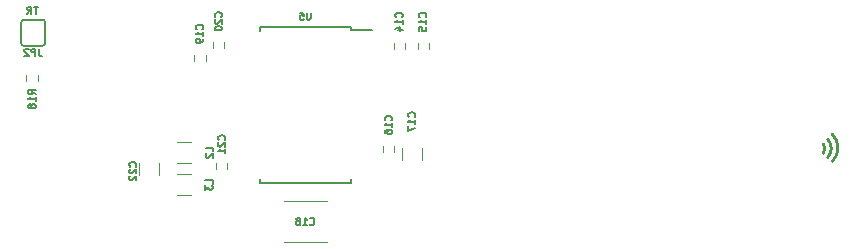
<source format=gbr>
G04 #@! TF.GenerationSoftware,KiCad,Pcbnew,(5.0.0)*
G04 #@! TF.CreationDate,2019-03-03T03:18:43+05:30*
G04 #@! TF.ProjectId,LoRa_Modbus,4C6F52615F4D6F646275732E6B696361,rev?*
G04 #@! TF.SameCoordinates,Original*
G04 #@! TF.FileFunction,Legend,Bot*
G04 #@! TF.FilePolarity,Positive*
%FSLAX46Y46*%
G04 Gerber Fmt 4.6, Leading zero omitted, Abs format (unit mm)*
G04 Created by KiCad (PCBNEW (5.0.0)) date 03/03/19 03:18:43*
%MOMM*%
%LPD*%
G01*
G04 APERTURE LIST*
%ADD10C,0.152400*%
%ADD11C,0.120000*%
%ADD12C,0.254000*%
%ADD13C,0.150000*%
%ADD14C,0.127000*%
G04 APERTURE END LIST*
D10*
G04 #@! TO.C,JP2*
X70053200Y-112506760D02*
X70053200Y-110779560D01*
X69799200Y-112760760D02*
X68275200Y-112760760D01*
X69799200Y-110525560D02*
X68275200Y-110525560D01*
X68021200Y-110779560D02*
X68021200Y-112506760D01*
X68275200Y-112760760D02*
G75*
G02X68021200Y-112506760I0J254000D01*
G01*
X68021200Y-110779560D02*
G75*
G02X68275200Y-110525560I254000J0D01*
G01*
X69799200Y-110525560D02*
G75*
G02X70053200Y-110779560I0J-254000D01*
G01*
X70053200Y-112506760D02*
G75*
G02X69799200Y-112760760I-254000J0D01*
G01*
D11*
G04 #@! TO.C,R18*
X68410680Y-115708240D02*
X68410680Y-115208240D01*
X69470680Y-115208240D02*
X69470680Y-115708240D01*
G04 #@! TO.C,C22*
X78017000Y-123674000D02*
X78017000Y-122674000D01*
X79717000Y-122674000D02*
X79717000Y-123674000D01*
G04 #@! TO.C,C14*
X99542500Y-113047500D02*
X99542500Y-112547500D01*
X100482500Y-112547500D02*
X100482500Y-113047500D01*
G04 #@! TO.C,C15*
X102514500Y-112547500D02*
X102514500Y-113047500D01*
X101574500Y-113047500D02*
X101574500Y-112547500D01*
G04 #@! TO.C,C16*
X99580800Y-121229400D02*
X99580800Y-121729400D01*
X98640800Y-121729400D02*
X98640800Y-121229400D01*
G04 #@! TO.C,C17*
X101941000Y-121429400D02*
X101941000Y-122429400D01*
X100241000Y-122429400D02*
X100241000Y-121429400D01*
G04 #@! TO.C,C18*
X90275000Y-125930400D02*
X93875000Y-125930400D01*
X93875000Y-129390400D02*
X90275000Y-129390400D01*
G04 #@! TO.C,C19*
X83629600Y-113558600D02*
X83629600Y-114058600D01*
X82689600Y-114058600D02*
X82689600Y-113558600D01*
G04 #@! TO.C,C20*
X84226300Y-112966400D02*
X84226300Y-112466400D01*
X85166300Y-112466400D02*
X85166300Y-112966400D01*
G04 #@! TO.C,C21*
X84543800Y-123164500D02*
X84543800Y-122664500D01*
X85483800Y-122664500D02*
X85483800Y-123164500D01*
D12*
G04 #@! TO.C,J$1*
X136699990Y-122532140D02*
G75*
G03X136699990Y-120246140I-1143000J1143000D01*
G01*
X136306290Y-122201940D02*
G75*
G03X136306290Y-120677940I-834415J762000D01*
G01*
X135937991Y-121846340D02*
G75*
G03X135937990Y-121084340I-550699J381000D01*
G01*
D11*
G04 #@! TO.C,L2*
X81213400Y-122673000D02*
X82413400Y-122673000D01*
X82413400Y-120913000D02*
X81213400Y-120913000D01*
G04 #@! TO.C,L3*
X82413400Y-123643500D02*
X81213400Y-123643500D01*
X81213400Y-125403500D02*
X82413400Y-125403500D01*
D13*
G04 #@! TO.C,U5*
X95950000Y-111442100D02*
X97750000Y-111442100D01*
X95950000Y-124342100D02*
X88200000Y-124342100D01*
X95950000Y-111192100D02*
X88200000Y-111192100D01*
X95950000Y-124342100D02*
X95950000Y-124007100D01*
X88200000Y-124342100D02*
X88200000Y-124007100D01*
X88200000Y-111192100D02*
X88200000Y-111527100D01*
X95950000Y-111192100D02*
X95950000Y-111442100D01*
G04 #@! TO.C,JP2*
D14*
X69514720Y-112990811D02*
X69514720Y-113426240D01*
X69543748Y-113513325D01*
X69601805Y-113571382D01*
X69688891Y-113600411D01*
X69746948Y-113600411D01*
X69224434Y-113600411D02*
X69224434Y-112990811D01*
X68992205Y-112990811D01*
X68934148Y-113019840D01*
X68905120Y-113048868D01*
X68876091Y-113106925D01*
X68876091Y-113194011D01*
X68905120Y-113252068D01*
X68934148Y-113281097D01*
X68992205Y-113310125D01*
X69224434Y-113310125D01*
X68643862Y-113048868D02*
X68614834Y-113019840D01*
X68556777Y-112990811D01*
X68411634Y-112990811D01*
X68353577Y-113019840D01*
X68324548Y-113048868D01*
X68295520Y-113106925D01*
X68295520Y-113164982D01*
X68324548Y-113252068D01*
X68672891Y-113600411D01*
X68295520Y-113600411D01*
X69439971Y-109424651D02*
X69091628Y-109424651D01*
X69265800Y-110034251D02*
X69265800Y-109424651D01*
X68540085Y-110034251D02*
X68743285Y-109743965D01*
X68888428Y-110034251D02*
X68888428Y-109424651D01*
X68656200Y-109424651D01*
X68598142Y-109453680D01*
X68569114Y-109482708D01*
X68540085Y-109540765D01*
X68540085Y-109627851D01*
X68569114Y-109685908D01*
X68598142Y-109714937D01*
X68656200Y-109743965D01*
X68888428Y-109743965D01*
G04 #@! TO.C,R18*
X69231691Y-116854514D02*
X68941405Y-116651314D01*
X69231691Y-116506171D02*
X68622091Y-116506171D01*
X68622091Y-116738400D01*
X68651120Y-116796457D01*
X68680148Y-116825485D01*
X68738205Y-116854514D01*
X68825291Y-116854514D01*
X68883348Y-116825485D01*
X68912377Y-116796457D01*
X68941405Y-116738400D01*
X68941405Y-116506171D01*
X69231691Y-117435085D02*
X69231691Y-117086742D01*
X69231691Y-117260914D02*
X68622091Y-117260914D01*
X68709177Y-117202857D01*
X68767234Y-117144800D01*
X68796262Y-117086742D01*
X68883348Y-117783428D02*
X68854320Y-117725371D01*
X68825291Y-117696342D01*
X68767234Y-117667314D01*
X68738205Y-117667314D01*
X68680148Y-117696342D01*
X68651120Y-117725371D01*
X68622091Y-117783428D01*
X68622091Y-117899542D01*
X68651120Y-117957600D01*
X68680148Y-117986628D01*
X68738205Y-118015657D01*
X68767234Y-118015657D01*
X68825291Y-117986628D01*
X68854320Y-117957600D01*
X68883348Y-117899542D01*
X68883348Y-117783428D01*
X68912377Y-117725371D01*
X68941405Y-117696342D01*
X68999462Y-117667314D01*
X69115577Y-117667314D01*
X69173634Y-117696342D01*
X69202662Y-117725371D01*
X69231691Y-117783428D01*
X69231691Y-117899542D01*
X69202662Y-117957600D01*
X69173634Y-117986628D01*
X69115577Y-118015657D01*
X68999462Y-118015657D01*
X68941405Y-117986628D01*
X68912377Y-117957600D01*
X68883348Y-117899542D01*
G04 #@! TO.C,C22*
X77713114Y-122972614D02*
X77742142Y-122943585D01*
X77771171Y-122856500D01*
X77771171Y-122798442D01*
X77742142Y-122711357D01*
X77684085Y-122653300D01*
X77626028Y-122624271D01*
X77509914Y-122595242D01*
X77422828Y-122595242D01*
X77306714Y-122624271D01*
X77248657Y-122653300D01*
X77190600Y-122711357D01*
X77161571Y-122798442D01*
X77161571Y-122856500D01*
X77190600Y-122943585D01*
X77219628Y-122972614D01*
X77219628Y-123204842D02*
X77190600Y-123233871D01*
X77161571Y-123291928D01*
X77161571Y-123437071D01*
X77190600Y-123495128D01*
X77219628Y-123524157D01*
X77277685Y-123553185D01*
X77335742Y-123553185D01*
X77422828Y-123524157D01*
X77771171Y-123175814D01*
X77771171Y-123553185D01*
X77219628Y-123785414D02*
X77190600Y-123814442D01*
X77161571Y-123872500D01*
X77161571Y-124017642D01*
X77190600Y-124075700D01*
X77219628Y-124104728D01*
X77277685Y-124133757D01*
X77335742Y-124133757D01*
X77422828Y-124104728D01*
X77771171Y-123756385D01*
X77771171Y-124133757D01*
G04 #@! TO.C,C14*
X100255614Y-110331614D02*
X100284642Y-110302585D01*
X100313671Y-110215500D01*
X100313671Y-110157442D01*
X100284642Y-110070357D01*
X100226585Y-110012300D01*
X100168528Y-109983271D01*
X100052414Y-109954242D01*
X99965328Y-109954242D01*
X99849214Y-109983271D01*
X99791157Y-110012300D01*
X99733100Y-110070357D01*
X99704071Y-110157442D01*
X99704071Y-110215500D01*
X99733100Y-110302585D01*
X99762128Y-110331614D01*
X100313671Y-110912185D02*
X100313671Y-110563842D01*
X100313671Y-110738014D02*
X99704071Y-110738014D01*
X99791157Y-110679957D01*
X99849214Y-110621900D01*
X99878242Y-110563842D01*
X99907271Y-111434700D02*
X100313671Y-111434700D01*
X99675042Y-111289557D02*
X100110471Y-111144414D01*
X100110471Y-111521785D01*
G04 #@! TO.C,C15*
X102249514Y-110331614D02*
X102278542Y-110302585D01*
X102307571Y-110215500D01*
X102307571Y-110157442D01*
X102278542Y-110070357D01*
X102220485Y-110012300D01*
X102162428Y-109983271D01*
X102046314Y-109954242D01*
X101959228Y-109954242D01*
X101843114Y-109983271D01*
X101785057Y-110012300D01*
X101727000Y-110070357D01*
X101697971Y-110157442D01*
X101697971Y-110215500D01*
X101727000Y-110302585D01*
X101756028Y-110331614D01*
X102307571Y-110912185D02*
X102307571Y-110563842D01*
X102307571Y-110738014D02*
X101697971Y-110738014D01*
X101785057Y-110679957D01*
X101843114Y-110621900D01*
X101872142Y-110563842D01*
X101697971Y-111463728D02*
X101697971Y-111173442D01*
X101988257Y-111144414D01*
X101959228Y-111173442D01*
X101930200Y-111231500D01*
X101930200Y-111376642D01*
X101959228Y-111434700D01*
X101988257Y-111463728D01*
X102046314Y-111492757D01*
X102191457Y-111492757D01*
X102249514Y-111463728D01*
X102278542Y-111434700D01*
X102307571Y-111376642D01*
X102307571Y-111231500D01*
X102278542Y-111173442D01*
X102249514Y-111144414D01*
G04 #@! TO.C,C16*
X99341214Y-119059414D02*
X99370242Y-119030385D01*
X99399271Y-118943300D01*
X99399271Y-118885242D01*
X99370242Y-118798157D01*
X99312185Y-118740100D01*
X99254128Y-118711071D01*
X99138014Y-118682042D01*
X99050928Y-118682042D01*
X98934814Y-118711071D01*
X98876757Y-118740100D01*
X98818700Y-118798157D01*
X98789671Y-118885242D01*
X98789671Y-118943300D01*
X98818700Y-119030385D01*
X98847728Y-119059414D01*
X99399271Y-119639985D02*
X99399271Y-119291642D01*
X99399271Y-119465814D02*
X98789671Y-119465814D01*
X98876757Y-119407757D01*
X98934814Y-119349700D01*
X98963842Y-119291642D01*
X98789671Y-120162500D02*
X98789671Y-120046385D01*
X98818700Y-119988328D01*
X98847728Y-119959300D01*
X98934814Y-119901242D01*
X99050928Y-119872214D01*
X99283157Y-119872214D01*
X99341214Y-119901242D01*
X99370242Y-119930271D01*
X99399271Y-119988328D01*
X99399271Y-120104442D01*
X99370242Y-120162500D01*
X99341214Y-120191528D01*
X99283157Y-120220557D01*
X99138014Y-120220557D01*
X99079957Y-120191528D01*
X99050928Y-120162500D01*
X99021900Y-120104442D01*
X99021900Y-119988328D01*
X99050928Y-119930271D01*
X99079957Y-119901242D01*
X99138014Y-119872214D01*
G04 #@! TO.C,C17*
X101321414Y-118759414D02*
X101350442Y-118730385D01*
X101379471Y-118643300D01*
X101379471Y-118585242D01*
X101350442Y-118498157D01*
X101292385Y-118440100D01*
X101234328Y-118411071D01*
X101118214Y-118382042D01*
X101031128Y-118382042D01*
X100915014Y-118411071D01*
X100856957Y-118440100D01*
X100798900Y-118498157D01*
X100769871Y-118585242D01*
X100769871Y-118643300D01*
X100798900Y-118730385D01*
X100827928Y-118759414D01*
X101379471Y-119339985D02*
X101379471Y-118991642D01*
X101379471Y-119165814D02*
X100769871Y-119165814D01*
X100856957Y-119107757D01*
X100915014Y-119049700D01*
X100944042Y-118991642D01*
X100769871Y-119543185D02*
X100769871Y-119949585D01*
X101379471Y-119688328D01*
G04 #@! TO.C,C18*
X92468185Y-127852714D02*
X92497214Y-127881742D01*
X92584300Y-127910771D01*
X92642357Y-127910771D01*
X92729442Y-127881742D01*
X92787500Y-127823685D01*
X92816528Y-127765628D01*
X92845557Y-127649514D01*
X92845557Y-127562428D01*
X92816528Y-127446314D01*
X92787500Y-127388257D01*
X92729442Y-127330200D01*
X92642357Y-127301171D01*
X92584300Y-127301171D01*
X92497214Y-127330200D01*
X92468185Y-127359228D01*
X91887614Y-127910771D02*
X92235957Y-127910771D01*
X92061785Y-127910771D02*
X92061785Y-127301171D01*
X92119842Y-127388257D01*
X92177900Y-127446314D01*
X92235957Y-127475342D01*
X91539271Y-127562428D02*
X91597328Y-127533400D01*
X91626357Y-127504371D01*
X91655385Y-127446314D01*
X91655385Y-127417285D01*
X91626357Y-127359228D01*
X91597328Y-127330200D01*
X91539271Y-127301171D01*
X91423157Y-127301171D01*
X91365100Y-127330200D01*
X91336071Y-127359228D01*
X91307042Y-127417285D01*
X91307042Y-127446314D01*
X91336071Y-127504371D01*
X91365100Y-127533400D01*
X91423157Y-127562428D01*
X91539271Y-127562428D01*
X91597328Y-127591457D01*
X91626357Y-127620485D01*
X91655385Y-127678542D01*
X91655385Y-127794657D01*
X91626357Y-127852714D01*
X91597328Y-127881742D01*
X91539271Y-127910771D01*
X91423157Y-127910771D01*
X91365100Y-127881742D01*
X91336071Y-127852714D01*
X91307042Y-127794657D01*
X91307042Y-127678542D01*
X91336071Y-127620485D01*
X91365100Y-127591457D01*
X91423157Y-127562428D01*
G04 #@! TO.C,C19*
X83364614Y-111333914D02*
X83393642Y-111304885D01*
X83422671Y-111217800D01*
X83422671Y-111159742D01*
X83393642Y-111072657D01*
X83335585Y-111014600D01*
X83277528Y-110985571D01*
X83161414Y-110956542D01*
X83074328Y-110956542D01*
X82958214Y-110985571D01*
X82900157Y-111014600D01*
X82842100Y-111072657D01*
X82813071Y-111159742D01*
X82813071Y-111217800D01*
X82842100Y-111304885D01*
X82871128Y-111333914D01*
X83422671Y-111914485D02*
X83422671Y-111566142D01*
X83422671Y-111740314D02*
X82813071Y-111740314D01*
X82900157Y-111682257D01*
X82958214Y-111624200D01*
X82987242Y-111566142D01*
X83422671Y-112204771D02*
X83422671Y-112320885D01*
X83393642Y-112378942D01*
X83364614Y-112407971D01*
X83277528Y-112466028D01*
X83161414Y-112495057D01*
X82929185Y-112495057D01*
X82871128Y-112466028D01*
X82842100Y-112437000D01*
X82813071Y-112378942D01*
X82813071Y-112262828D01*
X82842100Y-112204771D01*
X82871128Y-112175742D01*
X82929185Y-112146714D01*
X83074328Y-112146714D01*
X83132385Y-112175742D01*
X83161414Y-112204771D01*
X83190442Y-112262828D01*
X83190442Y-112378942D01*
X83161414Y-112437000D01*
X83132385Y-112466028D01*
X83074328Y-112495057D01*
G04 #@! TO.C,C20*
X84952114Y-110288614D02*
X84981142Y-110259585D01*
X85010171Y-110172500D01*
X85010171Y-110114442D01*
X84981142Y-110027357D01*
X84923085Y-109969300D01*
X84865028Y-109940271D01*
X84748914Y-109911242D01*
X84661828Y-109911242D01*
X84545714Y-109940271D01*
X84487657Y-109969300D01*
X84429600Y-110027357D01*
X84400571Y-110114442D01*
X84400571Y-110172500D01*
X84429600Y-110259585D01*
X84458628Y-110288614D01*
X84458628Y-110520842D02*
X84429600Y-110549871D01*
X84400571Y-110607928D01*
X84400571Y-110753071D01*
X84429600Y-110811128D01*
X84458628Y-110840157D01*
X84516685Y-110869185D01*
X84574742Y-110869185D01*
X84661828Y-110840157D01*
X85010171Y-110491814D01*
X85010171Y-110869185D01*
X84400571Y-111246557D02*
X84400571Y-111304614D01*
X84429600Y-111362671D01*
X84458628Y-111391700D01*
X84516685Y-111420728D01*
X84632800Y-111449757D01*
X84777942Y-111449757D01*
X84894057Y-111420728D01*
X84952114Y-111391700D01*
X84981142Y-111362671D01*
X85010171Y-111304614D01*
X85010171Y-111246557D01*
X84981142Y-111188500D01*
X84952114Y-111159471D01*
X84894057Y-111130442D01*
X84777942Y-111101414D01*
X84632800Y-111101414D01*
X84516685Y-111130442D01*
X84458628Y-111159471D01*
X84429600Y-111188500D01*
X84400571Y-111246557D01*
G04 #@! TO.C,C21*
X85244214Y-120702614D02*
X85273242Y-120673585D01*
X85302271Y-120586500D01*
X85302271Y-120528442D01*
X85273242Y-120441357D01*
X85215185Y-120383300D01*
X85157128Y-120354271D01*
X85041014Y-120325242D01*
X84953928Y-120325242D01*
X84837814Y-120354271D01*
X84779757Y-120383300D01*
X84721700Y-120441357D01*
X84692671Y-120528442D01*
X84692671Y-120586500D01*
X84721700Y-120673585D01*
X84750728Y-120702614D01*
X84750728Y-120934842D02*
X84721700Y-120963871D01*
X84692671Y-121021928D01*
X84692671Y-121167071D01*
X84721700Y-121225128D01*
X84750728Y-121254157D01*
X84808785Y-121283185D01*
X84866842Y-121283185D01*
X84953928Y-121254157D01*
X85302271Y-120905814D01*
X85302271Y-121283185D01*
X85302271Y-121863757D02*
X85302271Y-121515414D01*
X85302271Y-121689585D02*
X84692671Y-121689585D01*
X84779757Y-121631528D01*
X84837814Y-121573471D01*
X84866842Y-121515414D01*
G04 #@! TO.C,L2*
X84235471Y-121691400D02*
X84235471Y-121401114D01*
X83625871Y-121401114D01*
X83683928Y-121865571D02*
X83654900Y-121894600D01*
X83625871Y-121952657D01*
X83625871Y-122097800D01*
X83654900Y-122155857D01*
X83683928Y-122184885D01*
X83741985Y-122213914D01*
X83800042Y-122213914D01*
X83887128Y-122184885D01*
X84235471Y-121836542D01*
X84235471Y-122213914D01*
G04 #@! TO.C,L3*
X84222771Y-124409200D02*
X84222771Y-124118914D01*
X83613171Y-124118914D01*
X83613171Y-124554342D02*
X83613171Y-124931714D01*
X83845400Y-124728514D01*
X83845400Y-124815600D01*
X83874428Y-124873657D01*
X83903457Y-124902685D01*
X83961514Y-124931714D01*
X84106657Y-124931714D01*
X84164714Y-124902685D01*
X84193742Y-124873657D01*
X84222771Y-124815600D01*
X84222771Y-124641428D01*
X84193742Y-124583371D01*
X84164714Y-124554342D01*
G04 #@! TO.C,U5*
X92539457Y-109933271D02*
X92539457Y-110426757D01*
X92510428Y-110484814D01*
X92481400Y-110513842D01*
X92423342Y-110542871D01*
X92307228Y-110542871D01*
X92249171Y-110513842D01*
X92220142Y-110484814D01*
X92191114Y-110426757D01*
X92191114Y-109933271D01*
X91610542Y-109933271D02*
X91900828Y-109933271D01*
X91929857Y-110223557D01*
X91900828Y-110194528D01*
X91842771Y-110165500D01*
X91697628Y-110165500D01*
X91639571Y-110194528D01*
X91610542Y-110223557D01*
X91581514Y-110281614D01*
X91581514Y-110426757D01*
X91610542Y-110484814D01*
X91639571Y-110513842D01*
X91697628Y-110542871D01*
X91842771Y-110542871D01*
X91900828Y-110513842D01*
X91929857Y-110484814D01*
G04 #@! TD*
M02*

</source>
